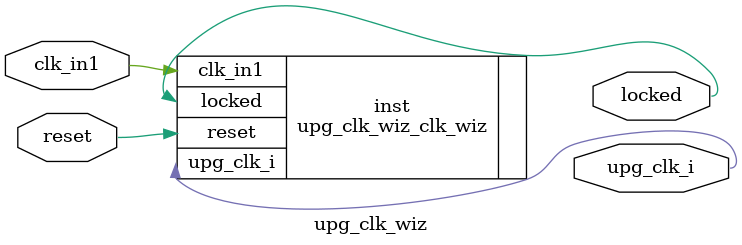
<source format=v>


`timescale 1ps/1ps

(* CORE_GENERATION_INFO = "upg_clk_wiz,clk_wiz_v6_0_11_0_0,{component_name=upg_clk_wiz,use_phase_alignment=true,use_min_o_jitter=false,use_max_i_jitter=false,use_dyn_phase_shift=false,use_inclk_switchover=false,use_dyn_reconfig=false,enable_axi=0,feedback_source=FDBK_AUTO,PRIMITIVE=MMCM,num_out_clk=1,clkin1_period=10.000,clkin2_period=10.000,use_power_down=false,use_reset=true,use_locked=true,use_inclk_stopped=false,feedback_type=SINGLE,CLOCK_MGR_TYPE=NA,manual_override=false}" *)

module upg_clk_wiz 
 (
  // Clock out ports
  output        upg_clk_i,
  // Status and control signals
  input         reset,
  output        locked,
 // Clock in ports
  input         clk_in1
 );

  upg_clk_wiz_clk_wiz inst
  (
  // Clock out ports  
  .upg_clk_i(upg_clk_i),
  // Status and control signals               
  .reset(reset), 
  .locked(locked),
 // Clock in ports
  .clk_in1(clk_in1)
  );

endmodule

</source>
